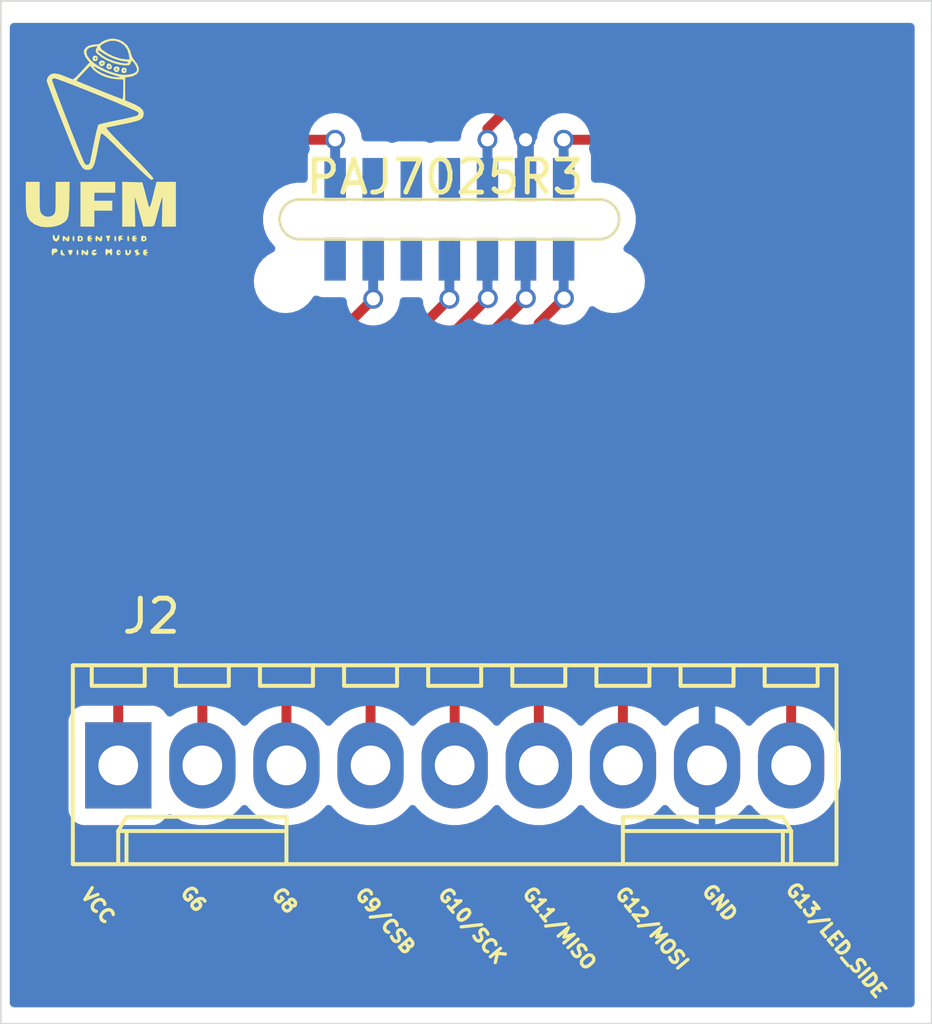
<source format=kicad_pcb>
(kicad_pcb (version 20240108) (generator "pcbnew") (generator_version "8.0")
  (layers (0 "F.Cu" signal) (31 "B.Cu" signal) (34 "B.Paste" user) (35 "F.Paste" user) (36 "B.SilkS" user "B.Silkscreen") (37 "F.SilkS" user "F.Silkscreen") (38 "B.Mask" user) (39 "F.Mask" user) (44 "Edge.Cuts" user))
  (net 0 "")
  (net 1 "Net-(J2-Pin_5)")
  (net 2 "Net-(J2-Pin_4)")
  (net 3 "Net-(J2-Pin_3)")
  (net 4 "Net-(J2-Pin_6)")
  (net 5 "Net-(J2-Pin_2)")
  (net 11 "GND")
  (net 12 "VCC")
  (net 13 "Net-(J2-Pin_7)")
  (net 14 "Net-(J2-Pin_9)")
  (footprint "Library:PAJ7025R3" (layer "F.Cu") (at 125.925 83.7)
    (property "Reference" "PAJ7025R3" (hide yes))
    (property "Value" "~" (hide yes))
    (fp_line (start 0 -0.6) (end -4.525 -0.6) (stroke (width 0.1)) (layer "F.SilkS"))
    (fp_line (start 0 -0.6) (end 4.525 -0.6) (stroke (width 0.1)) (layer "F.SilkS"))
    (fp_line (start 0 0.6) (end -4.525 0.6) (stroke (width 0.1)) (layer "F.SilkS"))
    (fp_line (start 0 0.6) (end 4.525 0.6) (stroke (width 0.1)) (layer "F.SilkS"))
    (fp_arc (start -5.125 0) (mid -4.949264 -0.424264) (end -4.525 -0.6) (stroke (width 0.1)) (layer "F.SilkS"))
    (fp_arc (start -4.525 0.6) (mid -4.949264 0.424264) (end -5.125 0) (stroke (width 0.1)) (layer "F.SilkS"))
    (fp_arc (start 4.525 -0.6) (mid 4.949264 -0.424264) (end 5.125 0) (stroke (width 0.1)) (layer "F.SilkS"))
    (fp_arc (start 5.125 0) (mid 4.949264 0.424264) (end 4.525 0.6) (stroke (width 0.1)) (layer "F.SilkS"))
    (pad "" np_thru_hole oval (at -4.95 1.875) (size 0.9 0.9) (drill 0.9) (layers "F&B.Cu"))
    (pad "" np_thru_hole oval (at 4.95 1.875) (size 0.9 0.9) (drill 0.9) (layers "*.Cu"))
    (pad "1" smd rect (at -3.45 1.2) (size 0.65 1.3) (layers "B.Cu" "B.Paste" "B.Mask"))
    (pad "2" smd rect (at -2.3 1.2) (size 0.65 1.3) (layers "B.Cu" "B.Paste" "B.Mask") (net 5 "Net-(J2-Pin_2)"))
    (pad "3" smd rect (at -1.15 1.2) (size 0.65 1.3) (layers "B.Cu" "B.Paste" "B.Mask"))
    (pad "4" smd rect (at 0 1.2) (size 0.65 1.3) (layers "B.Cu" "B.Paste" "B.Mask") (net 3 "Net-(J2-Pin_3)"))
    (pad "5" smd rect (at 1.15 1.2) (size 0.65 1.3) (layers "B.Cu" "B.Paste" "B.Mask") (net 2 "Net-(J2-Pin_4)"))
    (pad "6" smd rect (at 2.3 1.2) (size 0.65 1.3) (layers "B.Cu" "B.Paste" "B.Mask") (net 1 "Net-(J2-Pin_5)"))
    (pad "7" smd rect (at 3.45 1.2) (size 0.65 1.3) (layers "B.Cu" "B.Paste" "B.Mask") (net 4 "Net-(J2-Pin_6)"))
    (pad "8" smd rect (at 3.45 -1.2) (size 0.65 1.3) (layers "B.Cu" "B.Paste" "B.Mask") (net 13 "Net-(J2-Pin_7)"))
    (pad "9" smd rect (at 2.3 -1.2) (size 0.65 1.3) (layers "B.Cu" "B.Paste" "B.Mask") (net 11 "GND"))
    (pad "10" smd rect (at 1.15 -1.2) (size 0.65 1.3) (layers "B.Cu" "B.Paste" "B.Mask") (net 14 "Net-(J2-Pin_9)"))
    (pad "11" smd rect (at 0 -1.2) (size 0.65 1.3) (layers "B.Cu" "B.Paste" "B.Mask"))
    (pad "12" smd rect (at -1.15 -1.2) (size 0.65 1.3) (layers "B.Cu" "B.Paste" "B.Mask"))
    (pad "13" smd rect (at -2.3 -1.2) (size 0.65 1.3) (layers "B.Cu" "B.Paste" "B.Mask"))
    (pad "14" smd rect (at -3.45 -1.2) (size 0.65 1.3) (layers "B.Cu" "B.Paste" "B.Mask") (net 12 "VCC"))
  )
  (footprint "Library:Molex_KK-6410-09_09x2.54mm_Straight" (layer "F.Cu") (at 115.925 100.175)
    (property "Reference" "J2" (at 1 -4.5 0) (layer "F.SilkS"))
    (property "Value" "PIN HEADER")
    (fp_line (start -1.37 -3.02) (end -1.37 2.98) (stroke (width 0.12)) (layer "F.SilkS"))
    (fp_line (start -1.37 2.98) (end 21.69 2.98) (stroke (width 0.12)) (layer "F.SilkS"))
    (fp_line (start -0.8 -3.02) (end -0.8 -2.4) (stroke (width 0.12)) (layer "F.SilkS"))
    (fp_line (start -0.8 -2.4) (end 0.8 -2.4) (stroke (width 0.12)) (layer "F.SilkS"))
    (fp_line (start 0 1.98) (end 0.25 1.55) (stroke (width 0.12)) (layer "F.SilkS"))
    (fp_line (start 0 1.98) (end 5.08 1.98) (stroke (width 0.12)) (layer "F.SilkS"))
    (fp_line (start 0 2.98) (end 0 1.98) (stroke (width 0.12)) (layer "F.SilkS"))
    (fp_line (start 0.25 1.55) (end 5.08 1.55) (stroke (width 0.12)) (layer "F.SilkS"))
    (fp_line (start 0.25 2.98) (end 0.25 1.98) (stroke (width 0.12)) (layer "F.SilkS"))
    (fp_line (start 0.8 -2.4) (end 0.8 -3.02) (stroke (width 0.12)) (layer "F.SilkS"))
    (fp_line (start 1.74 -3.02) (end 1.74 -2.4) (stroke (width 0.12)) (layer "F.SilkS"))
    (fp_line (start 1.74 -2.4) (end 3.34 -2.4) (stroke (width 0.12)) (layer "F.SilkS"))
    (fp_line (start 3.34 -2.4) (end 3.34 -3.02) (stroke (width 0.12)) (layer "F.SilkS"))
    (fp_line (start 4.28 -3.02) (end 4.28 -2.4) (stroke (width 0.12)) (layer "F.SilkS"))
    (fp_line (start 4.28 -2.4) (end 5.88 -2.4) (stroke (width 0.12)) (layer "F.SilkS"))
    (fp_line (start 5.08 1.55) (end 5.08 1.98) (stroke (width 0.12)) (layer "F.SilkS"))
    (fp_line (start 5.08 1.98) (end 5.08 2.98) (stroke (width 0.12)) (layer "F.SilkS"))
    (fp_line (start 5.88 -2.4) (end 5.88 -3.02) (stroke (width 0.12)) (layer "F.SilkS"))
    (fp_line (start 6.82 -3.02) (end 6.82 -2.4) (stroke (width 0.12)) (layer "F.SilkS"))
    (fp_line (start 6.82 -2.4) (end 8.42 -2.4) (stroke (width 0.12)) (layer "F.SilkS"))
    (fp_line (start 8.42 -2.4) (end 8.42 -3.02) (stroke (width 0.12)) (layer "F.SilkS"))
    (fp_line (start 9.36 -3.02) (end 9.36 -2.4) (stroke (width 0.12)) (layer "F.SilkS"))
    (fp_line (start 9.36 -2.4) (end 10.96 -2.4) (stroke (width 0.12)) (layer "F.SilkS"))
    (fp_line (start 10.96 -2.4) (end 10.96 -3.02) (stroke (width 0.12)) (layer "F.SilkS"))
    (fp_line (start 11.9 -3.02) (end 11.9 -2.4) (stroke (width 0.12)) (layer "F.SilkS"))
    (fp_line (start 11.9 -2.4) (end 13.5 -2.4) (stroke (width 0.12)) (layer "F.SilkS"))
    (fp_line (start 13.5 -2.4) (end 13.5 -3.02) (stroke (width 0.12)) (layer "F.SilkS"))
    (fp_line (start 14.44 -3.02) (end 14.44 -2.4) (stroke (width 0.12)) (layer "F.SilkS"))
    (fp_line (start 14.44 -2.4) (end 16.04 -2.4) (stroke (width 0.12)) (layer "F.SilkS"))
    (fp_line (start 15.24 1.55) (end 15.24 1.98) (stroke (width 0.12)) (layer "F.SilkS"))
    (fp_line (start 15.24 1.98) (end 15.24 2.98) (stroke (width 0.12)) (layer "F.SilkS"))
    (fp_line (start 16.04 -2.4) (end 16.04 -3.02) (stroke (width 0.12)) (layer "F.SilkS"))
    (fp_line (start 16.98 -3.02) (end 16.98 -2.4) (stroke (width 0.12)) (layer "F.SilkS"))
    (fp_line (start 16.98 -2.4) (end 18.58 -2.4) (stroke (width 0.12)) (layer "F.SilkS"))
    (fp_line (start 18.58 -2.4) (end 18.58 -3.02) (stroke (width 0.12)) (layer "F.SilkS"))
    (fp_line (start 19.52 -3.02) (end 19.52 -2.4) (stroke (width 0.12)) (layer "F.SilkS"))
    (fp_line (start 19.52 -2.4) (end 21.12 -2.4) (stroke (width 0.12)) (layer "F.SilkS"))
    (fp_line (start 20.07 1.55) (end 15.24 1.55) (stroke (width 0.12)) (layer "F.SilkS"))
    (fp_line (start 20.07 2.98) (end 20.07 1.98) (stroke (width 0.12)) (layer "F.SilkS"))
    (fp_line (start 20.32 1.98) (end 15.24 1.98) (stroke (width 0.12)) (layer "F.SilkS"))
    (fp_line (start 20.32 1.98) (end 20.07 1.55) (stroke (width 0.12)) (layer "F.SilkS"))
    (fp_line (start 20.32 2.98) (end 20.32 1.98) (stroke (width 0.12)) (layer "F.SilkS"))
    (fp_line (start 21.12 -2.4) (end 21.12 -3.02) (stroke (width 0.12)) (layer "F.SilkS"))
    (fp_line (start 21.69 -3.02) (end -1.37 -3.02) (stroke (width 0.12)) (layer "F.SilkS"))
    (fp_line (start 21.69 2.98) (end 21.69 -3.02) (stroke (width 0.12)) (layer "F.SilkS"))
    (pad "1" thru_hole rect (at 0 0) (size 2 2.6) (drill 1.2) (layers "*.Cu" "*.Mask") (net 12 "VCC"))
    (pad "2" thru_hole oval (at 2.54 0) (size 2 2.6) (drill 1.2) (layers "*.Cu" "*.Mask") (net 5 "Net-(J2-Pin_2)"))
    (pad "3" thru_hole oval (at 5.08 0) (size 2 2.6) (drill 1.2) (layers "*.Cu" "*.Mask") (net 3 "Net-(J2-Pin_3)"))
    (pad "4" thru_hole oval (at 7.62 0) (size 2 2.6) (drill 1.2) (layers "*.Cu" "*.Mask") (net 2 "Net-(J2-Pin_4)"))
    (pad "5" thru_hole oval (at 10.16 0) (size 2 2.6) (drill 1.2) (layers "*.Cu" "*.Mask") (net 1 "Net-(J2-Pin_5)"))
    (pad "6" thru_hole oval (at 12.7 0) (size 2 2.6) (drill 1.2) (layers "*.Cu" "*.Mask") (net 4 "Net-(J2-Pin_6)"))
    (pad "7" thru_hole oval (at 15.24 0) (size 2 2.6) (drill 1.2) (layers "*.Cu" "*.Mask") (net 13 "Net-(J2-Pin_7)"))
    (pad "8" thru_hole oval (at 17.78 0) (size 2 2.6) (drill 1.2) (layers "*.Cu" "*.Mask") (net 11 "GND"))
    (pad "9" thru_hole oval (at 20.32 0) (size 2 2.6) (drill 1.2) (layers "*.Cu" "*.Mask") (net 14 "Net-(J2-Pin_9)"))
  )
  (footprint "LOGO" (layer "F.Cu") (at 115.384989 81.940094)
    (property "Reference" "G***" (hide yes))
    (property "Value" "LOGO" (hide yes))
    (fp_poly (pts (xy -0.847338 2.686528) (xy -0.834209 2.711826) (xy -0.851741 2.767179) (xy -0.88601 2.836046) (xy -0.915746 2.845956) (xy -0.942263 2.799704) (xy -0.966674 2.736885) (xy -0.976622 2.714637) (xy -0.96347 2.690696) (xy -0.90604 2.682112)) (fill solid) (layer "F.SilkS"))
    (fp_poly (pts (xy -0.789558 2.277862) (xy -0.780617 2.340723) (xy -0.780615 2.341844) (xy -0.789312 2.405085) (xy -0.810265 2.431908) (xy -0.810639 2.431915) (xy -0.831719 2.405825) (xy -0.84066 2.342964) (xy -0.840662 2.341844) (xy -0.831966 2.278602) (xy -0.811012 2.25178) (xy -0.810639 2.251773)) (fill solid) (layer "F.SilkS"))
    (fp_poly (pts (xy -0.669463 2.698193) (xy -0.660523 2.761054) (xy -0.66052 2.762175) (xy -0.669217 2.825416) (xy -0.690171 2.852239) (xy -0.690544 2.852246) (xy -0.711625 2.826156) (xy -0.720565 2.763295) (xy -0.720568 2.762175) (xy -0.711871 2.698933) (xy -0.690918 2.672111) (xy -0.690544 2.672104)) (fill solid) (layer "F.SilkS"))
    (fp_poly (pts (xy 0.471435 2.277862) (xy 0.480376 2.340723) (xy 0.480378 2.341844) (xy 0.471681 2.405085) (xy 0.450728 2.431908) (xy 0.450354 2.431915) (xy 0.429274 2.405825) (xy 0.420333 2.342964) (xy 0.420331 2.341844) (xy 0.429027 2.278602) (xy 0.449981 2.25178) (xy 0.450354 2.251773)) (fill solid) (layer "F.SilkS"))
    (fp_poly (pts (xy 0.861742 2.277862) (xy 0.870683 2.340723) (xy 0.870685 2.341844) (xy 0.861989 2.405085) (xy 0.841035 2.431908) (xy 0.840662 2.431915) (xy 0.819581 2.405825) (xy 0.81064 2.342964) (xy 0.810638 2.341844) (xy 0.819334 2.278602) (xy 0.840288 2.25178) (xy 0.840662 2.251773)) (fill solid) (layer "F.SilkS"))
    (fp_poly (pts (xy -1.146325 2.697183) (xy -1.140899 2.730659) (xy -1.117105 2.793466) (xy -1.088357 2.819817) (xy -1.059311 2.841574) (xy -1.080828 2.850045) (xy -1.118381 2.851333) (xy -1.177011 2.84371) (xy -1.198603 2.806608) (xy -1.200946 2.762175) (xy -1.192249 2.698933) (xy -1.171296 2.672111) (xy -1.170922 2.672104)) (fill solid) (layer "F.SilkS"))
    (fp_poly (pts (xy 0.299585 2.259264) (xy 0.312711 2.26897) (xy 0.307742 2.271657) (xy 0.278722 2.310046) (xy 0.270212 2.359357) (xy 0.259613 2.414573) (xy 0.240189 2.431915) (xy 0.214951 2.407054) (xy 0.210165 2.377872) (xy 0.191156 2.311273) (xy 0.174137 2.287801) (xy 0.16229 2.263773) (xy 0.197411 2.25442) (xy 0.24169 2.254143)) (fill solid) (layer "F.SilkS"))
    (fp_poly (pts (xy -1.315159 2.651516) (xy -1.291946 2.686627) (xy -1.291017 2.702127) (xy -1.312247 2.752306) (xy -1.351064 2.762175) (xy -1.399966 2.780948) (xy -1.411111 2.80721) (xy -1.427323 2.847165) (xy -1.441135 2.852246) (xy -1.46098 2.825852) (xy -1.470899 2.760953) (xy -1.471159 2.747163) (xy -1.466138 2.676562) (xy -1.440669 2.647604) (xy -1.381088 2.64208)) (fill solid) (layer "F.SilkS"))
    (fp_poly (pts (xy 0.925947 2.696964) (xy 0.930733 2.726146) (xy 0.910428 2.79436) (xy 0.862082 2.840008) (xy 0.804549 2.850602) (xy 0.770606 2.83223) (xy 0.753299 2.788683) (xy 0.752276 2.729183) (xy 0.765753 2.682301) (xy 0.780614 2.672104) (xy 0.805008 2.69725) (xy 0.810638 2.732151) (xy 0.823211 2.780938) (xy 0.840662 2.792198) (xy 0.865055 2.767052) (xy 0.870685 2.732151) (xy 0.883258 2.683364) (xy 0.900709 2.672104)) (fill solid) (layer "F.SilkS"))
    (fp_poly (pts (xy -1.387742 2.247277) (xy -1.37567 2.289302) (xy -1.353925 2.342153) (xy -1.322445 2.342434) (xy -1.297955 2.291478) (xy -1.296435 2.282986) (xy -1.274856 2.229876) (xy -1.247177 2.229699) (xy -1.231247 2.280325) (xy -1.23097 2.290803) (xy -1.250667 2.369344) (xy -1.299292 2.421768) (xy -1.336052 2.431915) (xy -1.384512 2.412659) (xy -1.405107 2.395886) (xy -1.431171 2.346872) (xy -1.440451 2.284902) (xy -1.431766 2.235402) (xy -1.4132 2.221749)) (fill solid) (layer "F.SilkS"))
    (fp_poly (pts (xy -0.130441 2.685068) (xy -0.120095 2.702127) (xy -0.144413 2.728764) (xy -0.16513 2.732151) (xy -0.205107 2.74687) (xy -0.210166 2.759364) (xy -0.186235 2.774749) (xy -0.149672 2.770757) (xy -0.106359 2.768264) (xy -0.106954 2.801213) (xy -0.107849 2.803592) (xy -0.148588 2.842763) (xy -0.208332 2.850335) (xy -0.255131 2.822332) (xy -0.255367 2.821953) (xy -0.263798 2.76205) (xy -0.235541 2.702972) (xy -0.184927 2.672515) (xy -0.178119 2.672104)) (fill solid) (layer "F.SilkS"))
    (fp_poly (pts (xy -0.089085 -3.151188) (xy -0.075059 -3.092435) (xy -0.091561 -3.030586) (xy -0.142747 -3.007765) (xy -0.206079 -3.01867) (xy -0.228524 -3.045294) (xy -0.232762 -3.092435) (xy -0.16513 -3.092435) (xy -0.16275 -3.064769) (xy -0.15189 -3.062412) (xy -0.121317 -3.084206) (xy -0.120095 -3.092435) (xy -0.130339 -3.121678) (xy -0.133335 -3.122459) (xy -0.158968 -3.10142) (xy -0.16513 -3.092435) (xy -0.232762 -3.092435) (xy -0.235207 -3.119624) (xy -0.199238 -3.168102) (xy -0.142747 -3.177106)) (fill solid) (layer "F.SilkS"))
    (fp_poly (pts (xy 0.450354 0.795626) (xy 0.450354 0.960756) (xy 0.135106 0.960756) (xy -0.180142 0.960756) (xy -0.180142 1.080851) (xy -0.180142 1.200945) (xy 0.090071 1.200945) (xy 0.360283 1.200945) (xy 0.360283 1.351063) (xy 0.360283 1.501182) (xy 0.090071 1.501182) (xy -0.180142 1.501182) (xy -0.180142 1.741371) (xy -0.180142 1.98156) (xy -0.390308 1.98156) (xy -0.600473 1.98156) (xy -0.600473 1.306028) (xy -0.600473 0.630496) (xy -0.075059 0.630496) (xy 0.450354 0.630496)) (fill solid) (layer "F.SilkS"))
    (fp_poly (pts (xy 0.606292 2.713537) (xy 0.615484 2.762175) (xy 0.596922 2.820863) (xy 0.555122 2.848651) (xy 0.510914 2.837562) (xy 0.492087 2.809429) (xy 0.487544 2.762175) (xy 0.540425 2.762175) (xy 0.563272 2.791326) (xy 0.570449 2.792198) (xy 0.5996 2.769351) (xy 0.600472 2.762175) (xy 0.577625 2.733023) (xy 0.570449 2.732151) (xy 0.541298 2.754998) (xy 0.540425 2.762175) (xy 0.487544 2.762175) (xy 0.485376 2.739629) (xy 0.514001 2.689392) (xy 0.562852 2.677802)) (fill solid) (layer "F.SilkS"))
    (fp_poly (pts (xy 0.688797 2.260855) (xy 0.690111 2.270257) (xy 0.683037 2.272469) (xy 0.638532 2.296144) (xy 0.630496 2.31182) (xy 0.655197 2.339977) (xy 0.683037 2.351171) (xy 0.709764 2.362019) (xy 0.679136 2.367734) (xy 0.668026 2.368384) (xy 0.61523 2.382454) (xy 0.600472 2.401891) (xy 0.577625 2.431042) (xy 0.570449 2.431915) (xy 0.549368 2.405825) (xy 0.540428 2.342964) (xy 0.540425 2.341844) (xy 0.546637 2.280115) (xy 0.577734 2.256971) (xy 0.638002 2.255255)) (fill solid) (layer "F.SilkS"))
    (fp_poly (pts (xy 0.781601 -2.790904) (xy 0.795626 -2.732152) (xy 0.779125 -2.670302) (xy 0.727939 -2.647481) (xy 0.664607 -2.658386) (xy 0.642162 -2.68501) (xy 0.636878 -2.743782) (xy 0.700864 -2.743782) (xy 0.705555 -2.732152) (xy 0.732535 -2.70351) (xy 0.737351 -2.702128) (xy 0.750246 -2.725357) (xy 0.750591 -2.732152) (xy 0.72751 -2.761022) (xy 0.718795 -2.762175) (xy 0.700864 -2.743782) (xy 0.636878 -2.743782) (xy 0.635479 -2.759341) (xy 0.671447 -2.807818) (xy 0.727939 -2.816822)) (fill solid) (layer "F.SilkS"))
    (fp_poly (pts (xy 1.161798 2.678269) (xy 1.14786 2.697102) (xy 1.144802 2.699079) (xy 1.12184 2.72494) (xy 1.152076 2.752189) (xy 1.156523 2.754713) (xy 1.191737 2.792718) (xy 1.176552 2.827737) (xy 1.119928 2.847722) (xy 1.086585 2.848763) (xy 1.040232 2.843264) (xy 1.053283 2.833118) (xy 1.060492 2.831134) (xy 1.098184 2.816879) (xy 1.084457 2.795042) (xy 1.063411 2.779124) (xy 1.030225 2.732333) (xy 1.04859 2.691927) (xy 1.110609 2.672739) (xy 1.120152 2.672563)) (fill solid) (layer "F.SilkS"))
    (fp_poly (pts (xy 0.30914 -2.917989) (xy 0.347872 -2.862608) (xy 0.349573 -2.807593) (xy 0.308955 -2.770314) (xy 0.248551 -2.76543) (xy 0.199005 -2.793014) (xy 0.190999 -2.807211) (xy 0.187222 -2.854018) (xy 0.240189 -2.854018) (xy 0.261983 -2.823444) (xy 0.270212 -2.822223) (xy 0.299455 -2.832466) (xy 0.300236 -2.835462) (xy 0.279197 -2.861096) (xy 0.270212 -2.867258) (xy 0.242546 -2.864878) (xy 0.240189 -2.854018) (xy 0.187222 -2.854018) (xy 0.185508 -2.875265) (xy 0.213812 -2.927789) (xy 0.250582 -2.942317)) (fill solid) (layer "F.SilkS"))
    (fp_poly (pts (xy 0.561336 -2.833012) (xy 0.582574 -2.780155) (xy 0.565335 -2.724646) (xy 0.5166 -2.677584) (xy 0.456276 -2.68554) (xy 0.420648 -2.716757) (xy 0.39879 -2.773805) (xy 0.460675 -2.773805) (xy 0.465366 -2.762175) (xy 0.492346 -2.733533) (xy 0.497162 -2.732152) (xy 0.510057 -2.755381) (xy 0.510402 -2.762175) (xy 0.487321 -2.791045) (xy 0.478606 -2.792199) (xy 0.460675 -2.773805) (xy 0.39879 -2.773805) (xy 0.396471 -2.779858) (xy 0.422873 -2.830861) (xy 0.490631 -2.852241) (xy 0.491945 -2.852246)) (fill solid) (layer "F.SilkS"))
    (fp_poly (pts (xy -0.607979 2.257284) (xy -0.546134 2.276402) (xy -0.525963 2.325124) (xy -0.525414 2.341844) (xy -0.538616 2.399586) (xy -0.589657 2.423796) (xy -0.607979 2.426403) (xy -0.665376 2.426324) (xy -0.687387 2.396349) (xy -0.690544 2.341844) (xy -0.630497 2.341844) (xy -0.624442 2.389565) (xy -0.601803 2.384769) (xy -0.594468 2.377872) (xy -0.573899 2.337016) (xy -0.594468 2.305815) (xy -0.621356 2.291037) (xy -0.630278 2.327393) (xy -0.630497 2.341844) (xy -0.690544 2.341844) (xy -0.684678 2.277131) (xy -0.656143 2.255339)) (fill solid) (layer "F.SilkS"))
    (fp_poly (pts (xy -0.254338 2.257532) (xy -0.256224 2.268177) (xy -0.285225 2.281796) (xy -0.323998 2.301602) (xy -0.308314 2.308825) (xy -0.292731 2.30971) (xy -0.248117 2.325716) (xy -0.240189 2.341844) (xy -0.265065 2.368337) (xy -0.292731 2.373977) (xy -0.324865 2.378861) (xy -0.303182 2.393948) (xy -0.285225 2.401891) (xy -0.249635 2.420325) (xy -0.266221 2.427902) (xy -0.307743 2.429804) (xy -0.366304 2.423206) (xy -0.38791 2.386936) (xy -0.390308 2.341844) (xy -0.382887 2.278148) (xy -0.349134 2.255441) (xy -0.307743 2.253883)) (fill solid) (layer "F.SilkS"))
    (fp_poly (pts (xy 0.117127 -3.011469) (xy 0.143895 -2.960564) (xy 0.120232 -2.897451) (xy 0.119777 -2.896899) (xy 0.057594 -2.855416) (xy -0.005378 -2.872451) (xy -0.026866 -2.893476) (xy -0.043873 -2.942317) (xy 0.030023 -2.942317) (xy 0.040267 -2.913074) (xy 0.043263 -2.912293) (xy 0.068896 -2.933332) (xy 0.075059 -2.942317) (xy 0.072678 -2.969983) (xy 0.061819 -2.972341) (xy 0.031245 -2.950546) (xy 0.030023 -2.942317) (xy -0.043873 -2.942317) (xy -0.048253 -2.954897) (xy -0.021406 -3.007714) (xy 0.042896 -3.032238) (xy 0.04919 -3.032388)) (fill solid) (layer "F.SilkS"))
    (fp_poly (pts (xy 1.096726 2.257532) (xy 1.094839 2.268177) (xy 1.065839 2.281796) (xy 1.027065 2.301602) (xy 1.04275 2.308825) (xy 1.058333 2.30971) (xy 1.102947 2.325716) (xy 1.110874 2.341844) (xy 1.085999 2.368337) (xy 1.058333 2.373977) (xy 1.026199 2.378861) (xy 1.047882 2.393948) (xy 1.065839 2.401891) (xy 1.101429 2.420325) (xy 1.084843 2.427902) (xy 1.043321 2.429804) (xy 0.98476 2.423206) (xy 0.963154 2.386936) (xy 0.960756 2.341844) (xy 0.968176 2.278148) (xy 1.00193 2.255441) (xy 1.043321 2.253883)) (fill solid) (layer "F.SilkS"))
    (fp_poly (pts (xy 1.426986 2.677863) (xy 1.425099 2.688508) (xy 1.396099 2.702127) (xy 1.357326 2.721933) (xy 1.37301 2.729156) (xy 1.388593 2.730041) (xy 1.433207 2.746047) (xy 1.441134 2.762175) (xy 1.416259 2.788667) (xy 1.388593 2.794308) (xy 1.356459 2.799192) (xy 1.378142 2.814279) (xy 1.396099 2.822222) (xy 1.431689 2.840656) (xy 1.415103 2.848233) (xy 1.373581 2.850135) (xy 1.31502 2.843537) (xy 1.293414 2.807267) (xy 1.291016 2.762175) (xy 1.298436 2.698479) (xy 1.33219 2.675772) (xy 1.373581 2.674214)) (fill solid) (layer "F.SilkS"))
    (fp_poly (pts (xy 0.347227 2.663242) (xy 0.360027 2.732627) (xy 0.360283 2.747163) (xy 0.352742 2.816619) (xy 0.3342 2.851338) (xy 0.33026 2.852246) (xy 0.302786 2.828314) (xy 0.300236 2.812214) (xy 0.276097 2.776782) (xy 0.255201 2.772182) (xy 0.21534 2.79364) (xy 0.210165 2.812214) (xy 0.192217 2.848845) (xy 0.180142 2.852246) (xy 0.160297 2.825852) (xy 0.150377 2.760953) (xy 0.150118 2.747163) (xy 0.158376 2.667647) (xy 0.18457 2.644149) (xy 0.230795 2.67472) (xy 0.267036 2.691122) (xy 0.283607 2.67472) (xy 0.319653 2.641955)) (fill solid) (layer "F.SilkS"))
    (fp_poly (pts (xy 1.313534 2.257284) (xy 1.375379 2.276402) (xy 1.39555 2.325124) (xy 1.396099 2.341844) (xy 1.382897 2.399586) (xy 1.331856 2.423796) (xy 1.313534 2.426403) (xy 1.256137 2.426324) (xy 1.234126 2.396349) (xy 1.231941 2.358627) (xy 1.291016 2.358627) (xy 1.305571 2.389704) (xy 1.32104 2.386879) (xy 1.349918 2.348495) (xy 1.351063 2.340072) (xy 1.328163 2.312629) (xy 1.32104 2.31182) (xy 1.294691 2.336258) (xy 1.291016 2.358627) (xy 1.231941 2.358627) (xy 1.230969 2.341844) (xy 1.236835 2.277131) (xy 1.26537 2.255339)) (fill solid) (layer "F.SilkS"))
    (fp_poly (pts (xy -0.939676 2.277862) (xy -0.930736 2.340723) (xy -0.930733 2.341844) (xy -0.94704 2.41149) (xy -0.986414 2.432389) (xy -1.034538 2.399974) (xy -1.048423 2.379373) (xy -1.072466 2.342843) (xy -1.079345 2.358873) (xy -1.079938 2.379373) (xy -1.094899 2.423956) (xy -1.110875 2.431915) (xy -1.131956 2.405825) (xy -1.140896 2.342964) (xy -1.140899 2.341844) (xy -1.134067 2.271808) (xy -1.108105 2.256794) (xy -1.054811 2.293324) (xy -1.045686 2.301461) (xy -1.004965 2.33443) (xy -0.991819 2.325414) (xy -0.99078 2.301461) (xy -0.975905 2.258607) (xy -0.960757 2.251773)) (fill solid) (layer "F.SilkS"))
    (fp_poly (pts (xy -0.369227 2.698193) (xy -0.360286 2.761054) (xy -0.360284 2.762175) (xy -0.376591 2.831821) (xy -0.415965 2.85272) (xy -0.464089 2.820305) (xy -0.477974 2.799704) (xy -0.502017 2.763174) (xy -0.508896 2.779204) (xy -0.509489 2.799704) (xy -0.52445 2.844287) (xy -0.540426 2.852246) (xy -0.561506 2.826156) (xy -0.570447 2.763295) (xy -0.57045 2.762175) (xy -0.563618 2.692139) (xy -0.537656 2.677125) (xy -0.484362 2.713655) (xy -0.475237 2.721792) (xy -0.434515 2.754761) (xy -0.42137 2.745745) (xy -0.420331 2.721792) (xy -0.405456 2.678938) (xy -0.390308 2.672104)) (fill solid) (layer "F.SilkS"))
    (fp_poly (pts (xy 0.051104 2.277862) (xy 0.060045 2.340723) (xy 0.060047 2.341844) (xy 0.04374 2.41149) (xy 0.004366 2.432389) (xy -0.043758 2.399974) (xy -0.057643 2.379373) (xy -0.081686 2.342843) (xy -0.088565 2.358873) (xy -0.089158 2.379373) (xy -0.104119 2.423956) (xy -0.120095 2.431915) (xy -0.141175 2.405825) (xy -0.150116 2.342964) (xy -0.150119 2.341844) (xy -0.143287 2.271808) (xy -0.117325 2.256794) (xy -0.064031 2.293324) (xy -0.054906 2.301461) (xy -0.014184 2.33443) (xy -0.001039 2.325414) (xy 0 2.301461) (xy 0.014875 2.258607) (xy 0.030023 2.251773)) (fill solid) (layer "F.SilkS"))
    (fp_poly (pts (xy -1.831442 1.076802) (xy -1.830761 1.252039) (xy -1.827871 1.377953) (xy -1.821504 1.465259) (xy -1.810389 1.524672) (xy -1.793259 1.56691) (xy -1.769216 1.602215) (xy -1.686646 1.66333) (xy -1.581264 1.684428) (xy -1.476096 1.664285) (xy -1.411111 1.621276) (xy -1.388134 1.593663) (xy -1.371867 1.557589) (xy -1.36117 1.503065) (xy -1.3549 1.420101) (xy -1.351916 1.298708) (xy -1.351076 1.128895) (xy -1.351064 1.095863) (xy -1.351064 0.630496) (xy -1.138963 0.630496) (xy -0.926863 0.630496) (xy -0.936304 1.153816) (xy -0.941272 1.364183) (xy -0.949682 1.52392) (xy -0.964717 1.642445) (xy -0.989564 1.729175) (xy -1.027405 1.793528) (xy -1.081425 1.844921) (xy -1.154808 1.892771) (xy -1.193656 1.914908) (xy -1.323445 1.964447) (xy -1.485795 1.993716) (xy -1.655876 2.000116) (xy -1.808862 1.981046) (xy -1.81375 1.979848) (xy -1.988409 1.912524) (xy -2.120264 1.810611) (xy -2.194612 1.699202) (xy -2.216676 1.641447) (xy -2.232261 1.573707) (xy -2.242429 1.484781) (xy -2.248243 1.363468) (xy -2.250765 1.19857) (xy -2.251114 1.103368) (xy -2.251773 0.630496) (xy -2.041608 0.630496) (xy -1.831442 0.630496)) (fill solid) (layer "F.SilkS"))
    (fp_poly (pts (xy 0.965602 0.636952) (xy 1.270685 0.645508) (xy 1.351046 0.945744) (xy 1.387437 1.082342) (xy 1.420164 1.206319) (xy 1.444657 1.300315) (xy 1.453632 1.335627) (xy 1.468044 1.380874) (xy 1.483309 1.394266) (xy 1.501689 1.370656) (xy 1.525448 1.304898) (xy 1.55685 1.191845) (xy 1.598156 1.026351) (xy 1.608586 0.983274) (xy 1.693694 0.630496) (xy 1.987745 0.630496) (xy 2.281796 0.630496) (xy 2.281796 1.306028) (xy 2.281796 1.98156) (xy 2.068359 1.98156) (xy 1.854921 1.98156) (xy 1.865847 1.533559) (xy 1.869118 1.378137) (xy 1.870875 1.247268) (xy 1.871064 1.151092) (xy 1.869627 1.099745) (xy 1.868286 1.094046) (xy 1.857713 1.124526) (xy 1.834708 1.202058) (xy 1.802421 1.315702) (xy 1.764001 1.45452) (xy 1.754451 1.489506) (xy 1.714039 1.637516) (xy 1.678265 1.767737) (xy 1.650612 1.867544) (xy 1.634564 1.924314) (xy 1.633167 1.929019) (xy 1.610241 1.960912) (xy 1.556868 1.977008) (xy 1.458655 1.981557) (xy 1.45528 1.98156) (xy 1.293331 1.98156) (xy 1.259461 1.853959) (xy 1.224438 1.723956) (xy 1.185185 1.581349) (xy 1.145065 1.437965) (xy 1.107439 1.305631) (xy 1.07567 1.196177) (xy 1.053118 1.121429) (xy 1.043252 1.093291) (xy 1.041246 1.118772) (xy 1.040855 1.194115) (xy 1.042004 1.309159) (xy 1.044619 1.453741) (xy 1.046445 1.533559) (xy 1.057372 1.98156) (xy 0.858946 1.98156) (xy 0.66052 1.98156) (xy 0.66052 1.304978) (xy 0.66052 0.628395)) (fill solid) (layer "F.SilkS"))
    (fp_poly (pts (xy 0.541157 -3.666641) (xy 0.690897 -3.594172) (xy 0.812735 -3.485) (xy 0.894893 -3.348625) (xy 0.921 -3.25285) (xy 0.956359 -3.146485) (xy 1.018859 -3.049814) (xy 1.021046 -3.0474) (xy 1.12141 -2.913038) (xy 1.165679 -2.792976) (xy 1.154803 -2.690756) (xy 1.089733 -2.609922) (xy 0.97142 -2.554014) (xy 0.883584 -2.535112) (xy 0.750591 -2.515168) (xy 0.750591 -2.172238) (xy 0.750591 -1.829308) (xy 0.893203 -1.770991) (xy 1.072054 -1.691057) (xy 1.197393 -1.61732) (xy 1.274636 -1.54443) (xy 1.309197 -1.467036) (xy 1.306491 -1.379789) (xy 1.303279 -1.365812) (xy 1.28363 -1.314718) (xy 1.247857 -1.27267) (xy 1.188009 -1.236351) (xy 1.096135 -1.202446) (xy 0.964285 -1.167636) (xy 0.784509 -1.128606) (xy 0.68833 -1.109272) (xy 0.526627 -1.076905) (xy 0.384098 -1.04772) (xy 0.27191 -1.024054) (xy 0.20123 -1.008245) (xy 0.183935 -1.003692) (xy 0.193109 -0.979245) (xy 0.243397 -0.915692) (xy 0.332552 -0.815465) (xy 0.458328 -0.680998) (xy 0.61848 -0.514724) (xy 0.810761 -0.319077) (xy 0.882145 -0.247213) (xy 1.054273 -0.072919) (xy 1.211401 0.088953) (xy 1.348796 0.233312) (xy 1.461726 0.355067) (xy 1.545458 0.449125) (xy 1.595259 0.510397) (xy 1.607368 0.532919) (xy 1.569076 0.565073) (xy 1.539419 0.570449) (xy 1.505677 0.549769) (xy 1.43495 0.490841) (xy 1.332249 0.398333) (xy 1.202587 0.276915) (xy 1.050976 0.131254) (xy 0.88243 -0.033981) (xy 0.765368 -0.150469) (xy 0.565712 -0.349534) (xy 0.404066 -0.5088) (xy 0.276695 -0.631633) (xy 0.179864 -0.721397) (xy 0.109839 -0.781456) (xy 0.062883 -0.815175) (xy 0.035263 -0.825918) (xy 0.023755 -0.818495) (xy 0.010844 -0.771767) (xy -0.010814 -0.677557) (xy -0.038723 -0.547368) (xy -0.070386 -0.392701) (xy -0.088719 -0.300237) (xy -0.129673 -0.10118) (xy -0.166058 0.046029) (xy -0.201902 0.148972) (xy -0.241236 0.215228) (xy -0.288089 0.25238) (xy -0.346492 0.268006) (xy -0.39196 0.270212) (xy -0.434442 0.267752) (xy -0.473302 0.257325) (xy -0.510959 0.234364) (xy -0.54983 0.1943) (xy -0.592336 0.132564) (xy -0.640895 0.044589) (xy -0.697925 -0.074195) (xy -0.765845 -0.228355) (xy -0.847075 -0.42246) (xy -0.944033 -0.661078) (xy -1.059137 -0.948777) (xy -1.12489 -1.114069) (xy -1.22787 -1.374537) (xy -1.323627 -1.619273) (xy -1.409912 -1.842343) (xy -1.484474 -2.037813) (xy -1.545063 -2.199747) (xy -1.589431 -2.322212) (xy -1.615328 -2.399272) (xy -1.621277 -2.423554) (xy -1.61341 -2.452058) (xy -1.458333 -2.452058) (xy -1.45007 -2.418926) (xy -1.422151 -2.336944) (xy -1.37726 -2.212997) (xy -1.318078 -2.053974) (xy -1.247291 -1.866759) (xy -1.16758 -1.658239) (xy -1.081629 -1.435302) (xy -0.992121 -1.204833) (xy -0.90174 -0.97372) (xy -0.813169 -0.748847) (xy -0.729091 -0.537103) (xy -0.65219 -0.345374) (xy -0.585148 -0.180545) (xy -0.530649 -0.049504) (xy -0.491376 0.040862) (xy -0.470742 0.082565) (xy -0.419794 0.118453) (xy -0.360372 0.110392) (xy -0.318691 0.063448) (xy -0.315389 0.052541) (xy -0.304435 0.001861) (xy -0.284011 -0.096694) (xy -0.25637 -0.232104) (xy -0.223762 -0.393352) (xy -0.19449 -0.539158) (xy -0.159 -0.710192) (xy -0.125268 -0.861214) (xy -0.095739 -0.982145) (xy -0.072857 -1.062907) (xy -0.060284 -1.092624) (xy -0.022896 -1.10728) (xy 0.063947 -1.130791) (xy 0.19069 -1.160897) (xy 0.347776 -1.195341) (xy 0.525651 -1.231863) (xy 0.545217 -1.235741) (xy 0.72423 -1.272676) (xy 0.882926 -1.308421) (xy 1.011885 -1.340608) (xy 1.101683 -1.366869) (xy 1.142899 -1.384838) (xy 1.144065 -1.386212) (xy 1.151065 -1.441739) (xy 1.141679 -1.469541) (xy 1.10987 -1.489194) (xy 1.028987 -1.527782) (xy 0.905934 -1.582514) (xy 0.747616 -1.650598) (xy 0.560937 -1.729242) (xy 0.352803 -1.815655) (xy 0.130116 -1.907045) (xy -0.100217 -2.000621) (xy -0.331293 -2.093591) (xy -0.556207 -2.183163) (xy -0.768054 -2.266547) (xy -0.95993 -2.34095) (xy -1.12493 -2.403581) (xy -1.168884 -2.419682) (xy -0.718101 -2.419682) (xy -0.687506 -2.405155) (xy -0.610378 -2.372346) (xy -0.496041 -2.325001) (xy -0.353824 -2.266867) (xy -0.193053 -2.20169) (xy -0.023054 -2.133217) (xy 0.146845 -2.065193) (xy 0.307318 -2.001366) (xy 0.449038 -1.94548) (xy 0.562678 -1.901283) (xy 0.638913 -1.872521) (xy 0.668026 -1.862911) (xy 0.677521 -1.890162) (xy 0.685038 -1.964757) (xy 0.689609 -2.073999) (xy 0.690543 -2.158421) (xy 0.690543 -2.455376) (xy 0.471706 -2.466427) (xy 0.286851 -2.493803) (xy 0.102783 -2.552693) (xy -0.062982 -2.63542) (xy -0.19293 -2.734305) (xy -0.22826 -2.773244) (xy -0.283126 -2.842006) (xy -0.205999 -2.842006) (xy -0.189491 -2.818849) (xy -0.182536 -2.810363) (xy -0.08443 -2.724774) (xy 0.054793 -2.645767) (xy 0.216212 -2.581115) (xy 0.38091 -2.538591) (xy 0.510402 -2.525648) (xy 0.576393 -2.526197) (xy 0.600296 -2.530388) (xy 0.57767 -2.541358) (xy 0.504073 -2.562248) (xy 0.43152 -2.581395) (xy 0.287321 -2.626915) (xy 0.13236 -2.687541) (xy 0.026201 -2.73715) (xy -0.092139 -2.798443) (xy -0.165101 -2.834531) (xy -0.200462 -2.848143) (xy -0.205999 -2.842006) (xy -0.283126 -2.842006) (xy -0.305673 -2.870263) (xy -0.51816 -2.651125) (xy -0.605541 -2.558699) (xy -0.672909 -2.482991) (xy -0.712004 -2.433558) (xy -0.718101 -2.419682) (xy -1.168884 -2.419682) (xy -1.25615 -2.451649) (xy -1.346685 -2.482361) (xy -1.389536 -2.492929) (xy -1.443018 -2.472525) (xy -1.458333 -2.452058) (xy -1.61341 -2.452058) (xy -1.603285 -2.48874) (xy -1.559924 -2.561856) (xy -1.559051 -2.562973) (xy -1.486135 -2.621656) (xy -1.386656 -2.640958) (xy -1.254667 -2.620756) (xy -1.084219 -2.560928) (xy -1.064974 -2.552822) (xy -0.960218 -2.509703) (xy -0.87574 -2.477783) (xy -0.827647 -2.463096) (xy -0.824515 -2.462751) (xy -0.793042 -2.483389) (xy -0.730908 -2.540086) (xy -0.647314 -2.623992) (xy -0.558205 -2.718875) (xy -0.323054 -2.975812) (xy -0.384705 -3.04163) (xy -0.450501 -3.134405) (xy -0.490908 -3.235971) (xy -0.493305 -3.26823) (xy -0.420331 -3.26823) (xy -0.392422 -3.169811) (xy -0.314557 -3.06448) (xy -0.195533 -2.957734) (xy -0.044148 -2.855068) (xy 0.130804 -2.761977) (xy 0.320524 -2.683957) (xy 0.516218 -2.626504) (xy 0.645508 -2.602361) (xy 0.773796 -2.597512) (xy 0.905647 -2.613206) (xy 1.014601 -2.645563) (xy 1.043321 -2.66067) (xy 1.094182 -2.708678) (xy 1.110874 -2.749347) (xy 1.093311 -2.820797) (xy 1.050732 -2.907812) (xy 0.998298 -2.981329) (xy 0.981205 -2.997852) (xy 0.94667 -3.014318) (xy 0.925396 -2.982359) (xy 0.918606 -2.958136) (xy 0.900638 -2.9123) (xy 0.86517 -2.889841) (xy 0.794513 -2.88267) (xy 0.752694 -2.88227) (xy 0.577298 -2.901782) (xy 0.385371 -2.955021) (xy 0.195817 -3.034038) (xy 0.027543 -3.130888) (xy -0.100545 -3.237622) (xy -0.105504 -3.243019) (xy -0.141214 -3.297108) (xy -0.139094 -3.317718) (xy -0.079348 -3.317718) (xy -0.050514 -3.279195) (xy 0.007865 -3.226348) (xy 0.085448 -3.168472) (xy 0.171894 -3.114858) (xy 0.177313 -3.111884) (xy 0.293085 -3.05753) (xy 0.421601 -3.010903) (xy 0.550969 -2.974507) (xy 0.669295 -2.950842) (xy 0.764686 -2.942412) (xy 0.825247 -2.951718) (xy 0.840662 -2.972341) (xy 0.814378 -2.99264) (xy 0.750215 -3.002246) (xy 0.741409 -3.002364) (xy 0.6216 -3.018231) (xy 0.472825 -3.060873) (xy 0.315463 -3.12285) (xy 0.169894 -3.196726) (xy 0.114912 -3.231029) (xy 0.029483 -3.28516) (xy -0.038228 -3.322014) (xy -0.068298 -3.332624) (xy -0.079348 -3.317718) (xy -0.139094 -3.317718) (xy -0.135394 -3.353695) (xy -0.123626 -3.3819) (xy -0.105463 -3.421763) (xy -0.000155 -3.421763) (xy 0.045803 -3.364816) (xy 0.063196 -3.349594) (xy 0.227592 -3.237209) (xy 0.420203 -3.14627) (xy 0.618326 -3.085824) (xy 0.777013 -3.065096) (xy 0.878495 -3.062412) (xy 0.863575 -3.194776) (xy 0.816873 -3.356427) (xy 0.719487 -3.488811) (xy 0.59914 -3.573493) (xy 0.444458 -3.624934) (xy 0.288442 -3.618934) (xy 0.16513 -3.576912) (xy 0.0562 -3.520434) (xy 0.002208 -3.471177) (xy -0.000155 -3.421763) (xy -0.105463 -3.421763) (xy -0.087606 -3.460956) (xy -0.21011 -3.444525) (xy -0.327173 -3.416706) (xy -0.394228 -3.367478) (xy -0.419543 -3.289907) (xy -0.420331 -3.26823) (xy -0.493305 -3.26823) (xy -0.49741 -3.323489) (xy -0.49438 -3.335807) (xy -0.436944 -3.423359) (xy -0.33596 -3.484608) (xy -0.204921 -3.512009) (xy -0.177865 -3.512766) (xy -0.089503 -3.518611) (xy -0.028435 -3.533455) (xy -0.014747 -3.543219) (xy 0.040685 -3.591862) (xy 0.134773 -3.638316) (xy 0.246416 -3.674483) (xy 0.354514 -3.692267) (xy 0.375295 -3.692908)) (fill solid) (layer "F.SilkS"))
  )
  (gr_rect (start 112.38 77.11) (end 140.49 107.97) (stroke (width 0.05)) (fill none) (layer "Edge.Cuts"))
  (gr_line (start 130.45 83.1) (end 121.399264 83.099264) (stroke (width 0.05)) (layer "Edge.Cuts"))
  (gr_arc (start 121.399264 84.300736) (mid 120.975 84.125) (end 120.799264 83.700736) (stroke (width 0.05)) (layer "Edge.Cuts"))
  (gr_arc (start 120.799264 83.699264) (mid 120.975 83.275) (end 121.399264 83.099264) (stroke (width 0.05)) (layer "Edge.Cuts"))
  (gr_line (start 121.399264 84.300736) (end 130.45 84.3) (stroke (width 0.05)) (layer "Edge.Cuts"))
  (gr_arc (start 131.05 83.7) (mid 130.874264 84.124264) (end 130.45 84.3) (stroke (width 0.05)) (layer "Edge.Cuts"))
  (gr_arc (start 130.45 83.1) (mid 130.874264 83.275736) (end 131.05 83.7) (stroke (width 0.05)) (layer "Edge.Cuts"))
  (gr_text "PAJ7025R3\n" (at 125.8 82.425 0) (layer "F.SilkS") (effects (font (size 1 1))))
  (gr_text "G6" (at 117.725 104 310) (layer "F.SilkS") (effects (font (size 0.4 0.4) (thickness 0.1)) (justify left bottom)))
  (gr_text "G13/LED_SIDE" (at 136 103.9 310) (layer "F.SilkS") (effects (font (size 0.4 0.4) (thickness 0.1)) (justify left bottom)))
  (gr_text "VCC" (at 114.725 104.075 310) (layer "F.SilkS") (effects (font (size 0.4 0.4) (thickness 0.1)) (justify left bottom)))
  (gr_text "G8" (at 120.475 104.05 310) (layer "F.SilkS") (effects (font (size 0.4 0.4) (thickness 0.1)) (justify left bottom)))
  (gr_text "GND" (at 133.475 103.95 310) (layer "F.SilkS") (effects (font (size 0.4 0.4) (thickness 0.1)) (justify left bottom)))
  (gr_text "G12/MOSI" (at 130.85 104.025 310) (layer "F.SilkS") (effects (font (size 0.4 0.4) (thickness 0.1)) (justify left bottom)))
  (gr_text "G10/SCK" (at 125.5 104.05 310) (layer "F.SilkS") (effects (font (size 0.4 0.4) (thickness 0.1)) (justify left bottom)))
  (gr_text "G9/CSB" (at 123 104.05 310) (layer "F.SilkS") (effects (font (size 0.4 0.4) (thickness 0.1)) (justify left bottom)))
  (gr_text "G11/MISO" (at 128.05 104.025 310) (layer "F.SilkS") (effects (font (size 0.4 0.4) (thickness 0.1)) (justify left bottom)))
  (segment (start 128.235 86.08) (end 126.085 88.23) (width 0.3) (layer "F.Cu") (net 1))
  (segment (start 126.085 88.23) (end 126.085 100.175) (width 0.3) (layer "F.Cu") (net 1))
  (via (at 128.235 86.08) (size 0.6) (drill 0.4) (layers "F.Cu" "B.Cu") (net 1))
  (segment (start 128.225 84.9) (end 128.225 86.07) (width 0.3) (layer "B.Cu") (net 1))
  (segment (start 128.225 86.07) (end 128.235 86.08) (width 0.2) (layer "B.Cu") (net 1))
  (segment (start 127.085 86.08) (end 123.545 89.62) (width 0.3) (layer "F.Cu") (net 2))
  (segment (start 123.545 89.62) (end 123.545 100.175) (width 0.3) (layer "F.Cu") (net 2))
  (via (at 127.085 86.08) (size 0.6) (drill 0.4) (layers "F.Cu" "B.Cu") (net 2))
  (segment (start 127.075 84.9) (end 127.075 86.07) (width 0.3) (layer "B.Cu") (net 2))
  (segment (start 127.075 86.07) (end 127.085 86.08) (width 0.2) (layer "B.Cu") (net 2))
  (segment (start 125.925 86.1) (end 121.005 91.02) (width 0.3) (layer "F.Cu") (net 3))
  (segment (start 121.005 91.02) (end 121.005 100.175) (width 0.3) (layer "F.Cu") (net 3))
  (via (at 125.925 86.1) (size 0.6) (drill 0.4) (layers "F.Cu" "B.Cu") (net 3))
  (segment (start 125.925 84.9) (end 125.925 86.1) (width 0.3) (layer "B.Cu") (net 3))
  (segment (start 128.625 86.84) (end 128.625 100.175) (width 0.3) (layer "F.Cu") (net 4))
  (segment (start 129.385 86.08) (end 128.625 86.84) (width 0.3) (layer "F.Cu") (net 4))
  (via (at 129.385 86.08) (size 0.6) (drill 0.4) (layers "F.Cu" "B.Cu") (net 4))
  (segment (start 129.375 86.07) (end 129.385 86.08) (width 0.2) (layer "B.Cu") (net 4))
  (segment (start 129.375 84.9) (end 129.375 86.07) (width 0.3) (layer "B.Cu") (net 4))
  (segment (start 123.625 86.1) (end 118.465 91.26) (width 0.3) (layer "F.Cu") (net 5))
  (segment (start 118.465 91.26) (end 118.465 100.175) (width 0.3) (layer "F.Cu") (net 5))
  (via (at 123.625 86.1) (size 0.6) (drill 0.4) (layers "F.Cu" "B.Cu") (net 5))
  (segment (start 123.625 84.9) (end 123.625 86.1) (width 0.3) (layer "B.Cu") (net 5))
  (segment (start 128.225 80.525) (end 128.95 79.8) (width 0.3) (layer "F.Cu") (net 11))
  (segment (start 133.705 80.105) (end 133.705 100.175) (width 0.3) (layer "F.Cu") (net 11))
  (segment (start 128.95 79.8) (end 133.4 79.8) (width 0.3) (layer "F.Cu") (net 11))
  (segment (start 128.225 81.3) (end 128.225 80.525) (width 0.3) (layer "F.Cu") (net 11))
  (segment (start 133.4 79.8) (end 133.705 80.105) (width 0.3) (layer "F.Cu") (net 11))
  (via (at 128.225 81.3) (size 0.6) (drill 0.4) (layers "F.Cu" "B.Cu") (net 11))
  (segment (start 128.225 82.5) (end 128.225 81.3) (width 0.3) (layer "B.Cu") (net 11))
  (segment (start 115.925 86.150736) (end 120.775736 81.3) (width 0.3) (layer "F.Cu") (net 12))
  (segment (start 115.925 100.175) (end 115.925 86.150736) (width 0.3) (layer "F.Cu") (net 12))
  (segment (start 122.475 81.3) (end 120.775736 81.3) (width 0.3) (layer "F.Cu") (net 12))
  (via (at 122.475 81.3) (size 0.6) (drill 0.4) (layers "F.Cu" "B.Cu") (net 12))
  (segment (start 122.475 82.5) (end 122.475 81.3) (width 0.3) (layer "B.Cu") (net 12))
  (segment (start 129.375 81.3) (end 132.125 81.3) (width 0.3) (layer "F.Cu") (net 13))
  (segment (start 132.325 81.5) (end 132.325 87.05) (width 0.3) (layer "F.Cu") (net 13))
  (segment (start 132.125 81.3) (end 132.325 81.5) (width 0.3) (layer "F.Cu") (net 13))
  (segment (start 131.165 88.21) (end 131.165 100.175) (width 0.3) (layer "F.Cu") (net 13))
  (segment (start 132.325 87.05) (end 131.165 88.21) (width 0.3) (layer "F.Cu") (net 13))
  (via (at 129.375 81.3) (size 0.6) (drill 0.4) (layers "F.Cu" "B.Cu") (net 13))
  (segment (start 129.375 82.5) (end 129.375 81.3) (width 0.3) (layer "B.Cu") (net 13))
  (segment (start 134.75 79.15) (end 136.245 80.645) (width 0.3) (layer "F.Cu") (net 14))
  (segment (start 136.245 80.645) (end 136.245 100.175) (width 0.3) (layer "F.Cu") (net 14))
  (segment (start 127.075 81.3) (end 127.075 81.109314) (width 0.2) (layer "F.Cu") (net 14))
  (segment (start 127.075 80.967894) (end 127.075 81.3) (width 0.3) (layer "F.Cu") (net 14))
  (segment (start 128.892894 79.15) (end 127.075 80.967894) (width 0.3) (layer "F.Cu") (net 14))
  (segment (start 134.75 79.15) (end 128.892894 79.15) (width 0.3) (layer "F.Cu") (net 14))
  (via (at 127.075 81.3) (size 0.6) (drill 0.4) (layers "F.Cu" "B.Cu") (net 14))
  (segment (start 127.075 82.5) (end 127.075 81.3) (width 0.3) (layer "B.Cu") (net 14))
  (zone (net 11) (net_name "GND") (layer "B.Cu") (connect_pads (clearance 0.5)) (min_thickness 0.25) (fill yes (thermal_gap 0.5) (thermal_bridge_width 0.5))
    (polygon (pts (xy 112.5 77.525) (xy 140 77.55) (xy 140.025 107.525) (xy 112.55 107.5)))
  )
)
</source>
